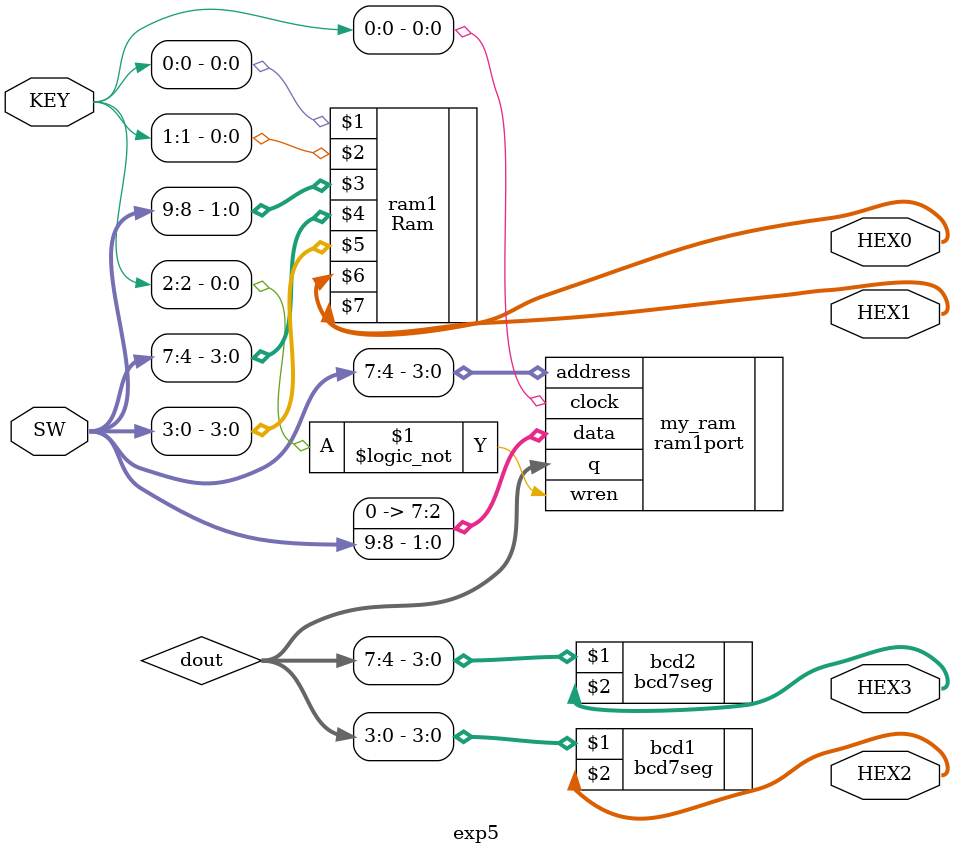
<source format=v>


module exp5(

	//////////// KEY //////////
	input 		     [2:0]		KEY,

	//////////// SW //////////
	input 		     [9:0]		SW,

	//////////// Seg7 //////////
	output		     [6:0]		HEX0,
	output		     [6:0]		HEX1,
	output		     [6:0]		HEX2,
	output		     [6:0]		HEX3
);
	
	Ram ram1(KEY[0],KEY[1],SW[9:8],SW[7:4],SW[3:0],HEX0,HEX1);
	
	wire [7:0] dout;
	
	ram1port my_ram(.address(SW[7:4]),.clock(KEY[0]),.data({6'b000000,SW[9:8]}),.wren(!KEY[2]),.q(dout));
	
	bcd7seg bcd1(dout[3:0],HEX2);
	bcd7seg bcd2(dout[7:4],HEX3);
	
endmodule

</source>
